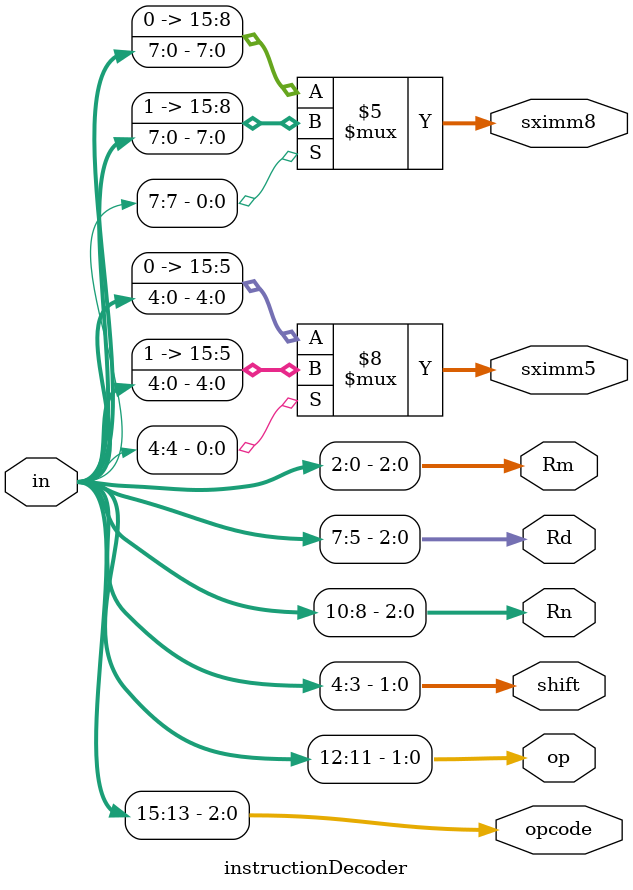
<source format=v>
`define imm_OP 2'b10
`define shift_OP 2'b00
`define MOV 3'b110
`define ALU 3'b101 
`define nsel_Rn 3'b000
`define nsel_Rd 3'b001
`define nsel_Rm 3'b010

module instructionDecoder(in, opcode, op, sximm5, sximm8, shift, Rn, Rd, Rm);

 input  [15:0] in;

 output reg [2:0] opcode;  
 output reg [1:0] op;
 output reg [15:0] sximm5;
 output reg [15:0] sximm8;
 output reg [1:0] shift;
 output reg [2:0] Rn,Rd,Rm;


//change the outputs whenever the inputs change 
always@(*) begin

    //assign the op outcomes
    op = in[12:11];
    opcode = in[15:13];
    shift = in[4:3];

    //assign read and write num 
    Rn = in[10:8];
    Rd = in[7:5];
    Rm = in[2:0];

    //sign extend imm5
    if(in[4] == 1) 
	    sximm5 = {11'b11111111111, in[4:0]};
    else
        sximm5 = {11'b0, in[4:0]};
    
    

    //sign extend imm8
    if(in[7] == 1) 
	    sximm8 = {8'b11111111, in[7:0]};
    else
        sximm8 = {8'b0, in[7:0]};
   

end 

endmodule 
</source>
